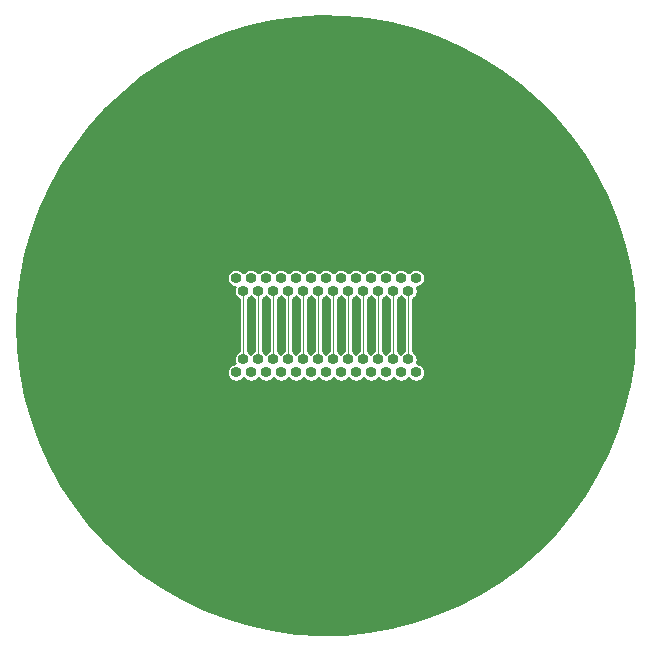
<source format=gbr>
%TF.GenerationSoftware,KiCad,Pcbnew,(5.1.9)-1*%
%TF.CreationDate,2021-07-21T16:10:05-06:00*%
%TF.ProjectId,SingleFeedThru,53696e67-6c65-4466-9565-64546872752e,rev?*%
%TF.SameCoordinates,Original*%
%TF.FileFunction,Copper,L2,Bot*%
%TF.FilePolarity,Positive*%
%FSLAX46Y46*%
G04 Gerber Fmt 4.6, Leading zero omitted, Abs format (unit mm)*
G04 Created by KiCad (PCBNEW (5.1.9)-1) date 2021-07-21 16:10:05*
%MOMM*%
%LPD*%
G01*
G04 APERTURE LIST*
%TA.AperFunction,ComponentPad*%
%ADD10O,0.920000X0.920000*%
%TD*%
%TA.AperFunction,Conductor*%
%ADD11C,0.090000*%
%TD*%
%TA.AperFunction,NonConductor*%
%ADD12C,0.254000*%
%TD*%
%TA.AperFunction,NonConductor*%
%ADD13C,0.100000*%
%TD*%
G04 APERTURE END LIST*
D10*
%TO.P,J1,1*%
%TO.N,Net-(J1-Pad1)*%
X-7620000Y4000000D03*
%TO.P,J1,14*%
%TO.N,Net-(J1-Pad14)*%
X-6985000Y2900000D03*
%TO.P,J1,2*%
%TO.N,Net-(J1-Pad2)*%
X-6350000Y4000000D03*
%TO.P,J1,15*%
%TO.N,Net-(J1-Pad15)*%
X-5715000Y2900000D03*
%TO.P,J1,3*%
%TO.N,Net-(J1-Pad3)*%
X-5080000Y4000000D03*
%TO.P,J1,16*%
%TO.N,Net-(J1-Pad16)*%
X-4445000Y2900000D03*
%TO.P,J1,4*%
%TO.N,Net-(J1-Pad4)*%
X-3810000Y4000000D03*
%TO.P,J1,17*%
%TO.N,Net-(J1-Pad17)*%
X-3175000Y2900000D03*
%TO.P,J1,5*%
%TO.N,Net-(J1-Pad5)*%
X-2540000Y4000000D03*
%TO.P,J1,18*%
%TO.N,Net-(J1-Pad18)*%
X-1905000Y2900000D03*
%TO.P,J1,6*%
%TO.N,Net-(J1-Pad6)*%
X-1270000Y4000000D03*
%TO.P,J1,19*%
%TO.N,Net-(J1-Pad19)*%
X-635000Y2900000D03*
%TO.P,J1,7*%
%TO.N,Net-(J1-Pad7)*%
X0Y4000000D03*
%TO.P,J1,20*%
%TO.N,Net-(J1-Pad20)*%
X635000Y2900000D03*
%TO.P,J1,8*%
%TO.N,Net-(J1-Pad8)*%
X1270000Y4000000D03*
%TO.P,J1,21*%
%TO.N,Net-(J1-Pad21)*%
X1905000Y2900000D03*
%TO.P,J1,9*%
%TO.N,Net-(J1-Pad9)*%
X2540000Y4000000D03*
%TO.P,J1,22*%
%TO.N,Net-(J1-Pad22)*%
X3175000Y2900000D03*
%TO.P,J1,10*%
%TO.N,Net-(J1-Pad10)*%
X3810000Y4000000D03*
%TO.P,J1,23*%
%TO.N,Net-(J1-Pad23)*%
X4445000Y2900000D03*
%TO.P,J1,11*%
%TO.N,Net-(J1-Pad11)*%
X5080000Y4000000D03*
%TO.P,J1,24*%
%TO.N,Net-(J1-Pad24)*%
X5715000Y2900000D03*
%TO.P,J1,12*%
%TO.N,Net-(J1-Pad12)*%
X6350000Y4000000D03*
%TO.P,J1,25*%
%TO.N,Net-(J1-Pad25)*%
X6985000Y2900000D03*
%TO.P,J1,13*%
%TO.N,Net-(J1-Pad13)*%
X7620000Y4000000D03*
%TD*%
%TO.P,J2,13*%
%TO.N,Net-(J1-Pad13)*%
X7620000Y-4000000D03*
%TO.P,J2,25*%
%TO.N,Net-(J1-Pad25)*%
X6985000Y-2900000D03*
%TO.P,J2,12*%
%TO.N,Net-(J1-Pad12)*%
X6350000Y-4000000D03*
%TO.P,J2,24*%
%TO.N,Net-(J1-Pad24)*%
X5715000Y-2900000D03*
%TO.P,J2,11*%
%TO.N,Net-(J1-Pad11)*%
X5080000Y-4000000D03*
%TO.P,J2,23*%
%TO.N,Net-(J1-Pad23)*%
X4445000Y-2900000D03*
%TO.P,J2,10*%
%TO.N,Net-(J1-Pad10)*%
X3810000Y-4000000D03*
%TO.P,J2,22*%
%TO.N,Net-(J1-Pad22)*%
X3175000Y-2900000D03*
%TO.P,J2,9*%
%TO.N,Net-(J1-Pad9)*%
X2540000Y-4000000D03*
%TO.P,J2,21*%
%TO.N,Net-(J1-Pad21)*%
X1905000Y-2900000D03*
%TO.P,J2,8*%
%TO.N,Net-(J1-Pad8)*%
X1270000Y-4000000D03*
%TO.P,J2,20*%
%TO.N,Net-(J1-Pad20)*%
X635000Y-2900000D03*
%TO.P,J2,7*%
%TO.N,Net-(J1-Pad7)*%
X0Y-4000000D03*
%TO.P,J2,19*%
%TO.N,Net-(J1-Pad19)*%
X-635000Y-2900000D03*
%TO.P,J2,6*%
%TO.N,Net-(J1-Pad6)*%
X-1270000Y-4000000D03*
%TO.P,J2,18*%
%TO.N,Net-(J1-Pad18)*%
X-1905000Y-2900000D03*
%TO.P,J2,5*%
%TO.N,Net-(J1-Pad5)*%
X-2540000Y-4000000D03*
%TO.P,J2,17*%
%TO.N,Net-(J1-Pad17)*%
X-3175000Y-2900000D03*
%TO.P,J2,4*%
%TO.N,Net-(J1-Pad4)*%
X-3810000Y-4000000D03*
%TO.P,J2,16*%
%TO.N,Net-(J1-Pad16)*%
X-4445000Y-2900000D03*
%TO.P,J2,3*%
%TO.N,Net-(J1-Pad3)*%
X-5080000Y-4000000D03*
%TO.P,J2,15*%
%TO.N,Net-(J1-Pad15)*%
X-5715000Y-2900000D03*
%TO.P,J2,2*%
%TO.N,Net-(J1-Pad2)*%
X-6350000Y-4000000D03*
%TO.P,J2,14*%
%TO.N,Net-(J1-Pad14)*%
X-6985000Y-2900000D03*
%TO.P,J2,1*%
%TO.N,Net-(J1-Pad1)*%
X-7620000Y-4000000D03*
%TD*%
D11*
%TO.N,Net-(J1-Pad14)*%
X-6985000Y2900000D02*
X-6985000Y-2900000D01*
%TO.N,Net-(J1-Pad15)*%
X-5715000Y2900000D02*
X-5715000Y-2900000D01*
%TO.N,Net-(J1-Pad16)*%
X-4445000Y2900000D02*
X-4445000Y-2900000D01*
%TO.N,Net-(J1-Pad17)*%
X-3175000Y2900000D02*
X-3175000Y-2900000D01*
%TO.N,Net-(J1-Pad18)*%
X-1905000Y2900000D02*
X-1905000Y-2900000D01*
%TO.N,Net-(J1-Pad19)*%
X-635000Y-2900000D02*
X-635000Y2900000D01*
%TO.N,Net-(J1-Pad20)*%
X635000Y2900000D02*
X635000Y-2900000D01*
%TO.N,Net-(J1-Pad21)*%
X1905000Y2900000D02*
X1905000Y-2900000D01*
%TO.N,Net-(J1-Pad22)*%
X3175000Y2900000D02*
X3175000Y-2900000D01*
%TO.N,Net-(J1-Pad23)*%
X4445000Y2900000D02*
X4445000Y-2900000D01*
%TO.N,Net-(J1-Pad24)*%
X5715000Y2900000D02*
X5715000Y-2900000D01*
%TO.N,Net-(J1-Pad25)*%
X6985000Y2900000D02*
X6985000Y-2900000D01*
%TD*%
D12*
X1520371Y26103762D02*
X3538643Y25907449D01*
X5535633Y25555326D01*
X7499331Y25049510D01*
X9417927Y24393043D01*
X11279883Y23589874D01*
X13074000Y22644832D01*
X14789489Y21563602D01*
X16416031Y20352686D01*
X17943846Y19019366D01*
X19363745Y17571662D01*
X20667188Y16018279D01*
X21846335Y14368561D01*
X22894097Y12632428D01*
X23804170Y10820323D01*
X24571083Y8943143D01*
X25190222Y7012177D01*
X25657864Y5039040D01*
X25971197Y3035598D01*
X26128335Y1013898D01*
X26128335Y-1013898D01*
X25971197Y-3035598D01*
X25657864Y-5039040D01*
X25190222Y-7012177D01*
X24571083Y-8943143D01*
X23804170Y-10820323D01*
X22894097Y-12632428D01*
X21846335Y-14368561D01*
X20667188Y-16018279D01*
X19363745Y-17571662D01*
X17943846Y-19019366D01*
X16416031Y-20352686D01*
X14789489Y-21563602D01*
X13074000Y-22644832D01*
X11279883Y-23589874D01*
X9417927Y-24393043D01*
X7499331Y-25049510D01*
X5535633Y-25555326D01*
X3538643Y-25907449D01*
X1520371Y-26103762D01*
X-507045Y-26143083D01*
X-2531411Y-26025178D01*
X-4540553Y-25750753D01*
X-6522387Y-25321461D01*
X-8464995Y-24739882D01*
X-10356694Y-24009515D01*
X-12186106Y-23134751D01*
X-13942230Y-22120853D01*
X-15614503Y-20973917D01*
X-17192869Y-19700842D01*
X-18667835Y-18309283D01*
X-20030530Y-16807610D01*
X-21272760Y-15204855D01*
X-22387052Y-13510655D01*
X-23366706Y-11735201D01*
X-24205830Y-9889170D01*
X-24899378Y-7983664D01*
X-25443177Y-6030144D01*
X-25833959Y-4040357D01*
X-26069371Y-2026272D01*
X-26148000Y0D01*
X-26069371Y2026272D01*
X-25833959Y4040357D01*
X-25826662Y4077513D01*
X-8407000Y4077513D01*
X-8407000Y3922487D01*
X-8376756Y3770441D01*
X-8317430Y3627216D01*
X-8231303Y3498317D01*
X-8121683Y3388697D01*
X-7992784Y3302570D01*
X-7849559Y3243244D01*
X-7706457Y3214779D01*
X-7741756Y3129559D01*
X-7772000Y2977513D01*
X-7772000Y2822487D01*
X-7741756Y2670441D01*
X-7682430Y2527216D01*
X-7596303Y2398317D01*
X-7486683Y2288697D01*
X-7357784Y2202570D01*
X-7357000Y2202245D01*
X-7356999Y-2202245D01*
X-7357784Y-2202570D01*
X-7486683Y-2288697D01*
X-7596303Y-2398317D01*
X-7682430Y-2527216D01*
X-7741756Y-2670441D01*
X-7772000Y-2822487D01*
X-7772000Y-2977513D01*
X-7741756Y-3129559D01*
X-7706457Y-3214779D01*
X-7849559Y-3243244D01*
X-7992784Y-3302570D01*
X-8121683Y-3388697D01*
X-8231303Y-3498317D01*
X-8317430Y-3627216D01*
X-8376756Y-3770441D01*
X-8407000Y-3922487D01*
X-8407000Y-4077513D01*
X-8376756Y-4229559D01*
X-8317430Y-4372784D01*
X-8231303Y-4501683D01*
X-8121683Y-4611303D01*
X-7992784Y-4697430D01*
X-7849559Y-4756756D01*
X-7697513Y-4787000D01*
X-7542487Y-4787000D01*
X-7390441Y-4756756D01*
X-7247216Y-4697430D01*
X-7118317Y-4611303D01*
X-7008697Y-4501683D01*
X-6985000Y-4466218D01*
X-6961303Y-4501683D01*
X-6851683Y-4611303D01*
X-6722784Y-4697430D01*
X-6579559Y-4756756D01*
X-6427513Y-4787000D01*
X-6272487Y-4787000D01*
X-6120441Y-4756756D01*
X-5977216Y-4697430D01*
X-5848317Y-4611303D01*
X-5738697Y-4501683D01*
X-5715000Y-4466218D01*
X-5691303Y-4501683D01*
X-5581683Y-4611303D01*
X-5452784Y-4697430D01*
X-5309559Y-4756756D01*
X-5157513Y-4787000D01*
X-5002487Y-4787000D01*
X-4850441Y-4756756D01*
X-4707216Y-4697430D01*
X-4578317Y-4611303D01*
X-4468697Y-4501683D01*
X-4445000Y-4466218D01*
X-4421303Y-4501683D01*
X-4311683Y-4611303D01*
X-4182784Y-4697430D01*
X-4039559Y-4756756D01*
X-3887513Y-4787000D01*
X-3732487Y-4787000D01*
X-3580441Y-4756756D01*
X-3437216Y-4697430D01*
X-3308317Y-4611303D01*
X-3198697Y-4501683D01*
X-3175000Y-4466218D01*
X-3151303Y-4501683D01*
X-3041683Y-4611303D01*
X-2912784Y-4697430D01*
X-2769559Y-4756756D01*
X-2617513Y-4787000D01*
X-2462487Y-4787000D01*
X-2310441Y-4756756D01*
X-2167216Y-4697430D01*
X-2038317Y-4611303D01*
X-1928697Y-4501683D01*
X-1905000Y-4466218D01*
X-1881303Y-4501683D01*
X-1771683Y-4611303D01*
X-1642784Y-4697430D01*
X-1499559Y-4756756D01*
X-1347513Y-4787000D01*
X-1192487Y-4787000D01*
X-1040441Y-4756756D01*
X-897216Y-4697430D01*
X-768317Y-4611303D01*
X-658697Y-4501683D01*
X-635000Y-4466218D01*
X-611303Y-4501683D01*
X-501683Y-4611303D01*
X-372784Y-4697430D01*
X-229559Y-4756756D01*
X-77513Y-4787000D01*
X77513Y-4787000D01*
X229559Y-4756756D01*
X372784Y-4697430D01*
X501683Y-4611303D01*
X611303Y-4501683D01*
X635000Y-4466218D01*
X658697Y-4501683D01*
X768317Y-4611303D01*
X897216Y-4697430D01*
X1040441Y-4756756D01*
X1192487Y-4787000D01*
X1347513Y-4787000D01*
X1499559Y-4756756D01*
X1642784Y-4697430D01*
X1771683Y-4611303D01*
X1881303Y-4501683D01*
X1905000Y-4466218D01*
X1928697Y-4501683D01*
X2038317Y-4611303D01*
X2167216Y-4697430D01*
X2310441Y-4756756D01*
X2462487Y-4787000D01*
X2617513Y-4787000D01*
X2769559Y-4756756D01*
X2912784Y-4697430D01*
X3041683Y-4611303D01*
X3151303Y-4501683D01*
X3175000Y-4466218D01*
X3198697Y-4501683D01*
X3308317Y-4611303D01*
X3437216Y-4697430D01*
X3580441Y-4756756D01*
X3732487Y-4787000D01*
X3887513Y-4787000D01*
X4039559Y-4756756D01*
X4182784Y-4697430D01*
X4311683Y-4611303D01*
X4421303Y-4501683D01*
X4445000Y-4466218D01*
X4468697Y-4501683D01*
X4578317Y-4611303D01*
X4707216Y-4697430D01*
X4850441Y-4756756D01*
X5002487Y-4787000D01*
X5157513Y-4787000D01*
X5309559Y-4756756D01*
X5452784Y-4697430D01*
X5581683Y-4611303D01*
X5691303Y-4501683D01*
X5715000Y-4466218D01*
X5738697Y-4501683D01*
X5848317Y-4611303D01*
X5977216Y-4697430D01*
X6120441Y-4756756D01*
X6272487Y-4787000D01*
X6427513Y-4787000D01*
X6579559Y-4756756D01*
X6722784Y-4697430D01*
X6851683Y-4611303D01*
X6961303Y-4501683D01*
X6985000Y-4466218D01*
X7008697Y-4501683D01*
X7118317Y-4611303D01*
X7247216Y-4697430D01*
X7390441Y-4756756D01*
X7542487Y-4787000D01*
X7697513Y-4787000D01*
X7849559Y-4756756D01*
X7992784Y-4697430D01*
X8121683Y-4611303D01*
X8231303Y-4501683D01*
X8317430Y-4372784D01*
X8376756Y-4229559D01*
X8407000Y-4077513D01*
X8407000Y-3922487D01*
X8376756Y-3770441D01*
X8317430Y-3627216D01*
X8231303Y-3498317D01*
X8121683Y-3388697D01*
X7992784Y-3302570D01*
X7849559Y-3243244D01*
X7706457Y-3214779D01*
X7741756Y-3129559D01*
X7772000Y-2977513D01*
X7772000Y-2822487D01*
X7741756Y-2670441D01*
X7682430Y-2527216D01*
X7596303Y-2398317D01*
X7486683Y-2288697D01*
X7357784Y-2202570D01*
X7357000Y-2202245D01*
X7357000Y2202245D01*
X7357784Y2202570D01*
X7486683Y2288697D01*
X7596303Y2398317D01*
X7682430Y2527216D01*
X7741756Y2670441D01*
X7772000Y2822487D01*
X7772000Y2977513D01*
X7741756Y3129559D01*
X7706457Y3214779D01*
X7849559Y3243244D01*
X7992784Y3302570D01*
X8121683Y3388697D01*
X8231303Y3498317D01*
X8317430Y3627216D01*
X8376756Y3770441D01*
X8407000Y3922487D01*
X8407000Y4077513D01*
X8376756Y4229559D01*
X8317430Y4372784D01*
X8231303Y4501683D01*
X8121683Y4611303D01*
X7992784Y4697430D01*
X7849559Y4756756D01*
X7697513Y4787000D01*
X7542487Y4787000D01*
X7390441Y4756756D01*
X7247216Y4697430D01*
X7118317Y4611303D01*
X7008697Y4501683D01*
X6985000Y4466218D01*
X6961303Y4501683D01*
X6851683Y4611303D01*
X6722784Y4697430D01*
X6579559Y4756756D01*
X6427513Y4787000D01*
X6272487Y4787000D01*
X6120441Y4756756D01*
X5977216Y4697430D01*
X5848317Y4611303D01*
X5738697Y4501683D01*
X5715000Y4466218D01*
X5691303Y4501683D01*
X5581683Y4611303D01*
X5452784Y4697430D01*
X5309559Y4756756D01*
X5157513Y4787000D01*
X5002487Y4787000D01*
X4850441Y4756756D01*
X4707216Y4697430D01*
X4578317Y4611303D01*
X4468697Y4501683D01*
X4445000Y4466218D01*
X4421303Y4501683D01*
X4311683Y4611303D01*
X4182784Y4697430D01*
X4039559Y4756756D01*
X3887513Y4787000D01*
X3732487Y4787000D01*
X3580441Y4756756D01*
X3437216Y4697430D01*
X3308317Y4611303D01*
X3198697Y4501683D01*
X3175000Y4466218D01*
X3151303Y4501683D01*
X3041683Y4611303D01*
X2912784Y4697430D01*
X2769559Y4756756D01*
X2617513Y4787000D01*
X2462487Y4787000D01*
X2310441Y4756756D01*
X2167216Y4697430D01*
X2038317Y4611303D01*
X1928697Y4501683D01*
X1905000Y4466218D01*
X1881303Y4501683D01*
X1771683Y4611303D01*
X1642784Y4697430D01*
X1499559Y4756756D01*
X1347513Y4787000D01*
X1192487Y4787000D01*
X1040441Y4756756D01*
X897216Y4697430D01*
X768317Y4611303D01*
X658697Y4501683D01*
X635000Y4466218D01*
X611303Y4501683D01*
X501683Y4611303D01*
X372784Y4697430D01*
X229559Y4756756D01*
X77513Y4787000D01*
X-77513Y4787000D01*
X-229559Y4756756D01*
X-372784Y4697430D01*
X-501683Y4611303D01*
X-611303Y4501683D01*
X-635000Y4466218D01*
X-658697Y4501683D01*
X-768317Y4611303D01*
X-897216Y4697430D01*
X-1040441Y4756756D01*
X-1192487Y4787000D01*
X-1347513Y4787000D01*
X-1499559Y4756756D01*
X-1642784Y4697430D01*
X-1771683Y4611303D01*
X-1881303Y4501683D01*
X-1905000Y4466218D01*
X-1928697Y4501683D01*
X-2038317Y4611303D01*
X-2167216Y4697430D01*
X-2310441Y4756756D01*
X-2462487Y4787000D01*
X-2617513Y4787000D01*
X-2769559Y4756756D01*
X-2912784Y4697430D01*
X-3041683Y4611303D01*
X-3151303Y4501683D01*
X-3175000Y4466218D01*
X-3198697Y4501683D01*
X-3308317Y4611303D01*
X-3437216Y4697430D01*
X-3580441Y4756756D01*
X-3732487Y4787000D01*
X-3887513Y4787000D01*
X-4039559Y4756756D01*
X-4182784Y4697430D01*
X-4311683Y4611303D01*
X-4421303Y4501683D01*
X-4445000Y4466218D01*
X-4468697Y4501683D01*
X-4578317Y4611303D01*
X-4707216Y4697430D01*
X-4850441Y4756756D01*
X-5002487Y4787000D01*
X-5157513Y4787000D01*
X-5309559Y4756756D01*
X-5452784Y4697430D01*
X-5581683Y4611303D01*
X-5691303Y4501683D01*
X-5715000Y4466218D01*
X-5738697Y4501683D01*
X-5848317Y4611303D01*
X-5977216Y4697430D01*
X-6120441Y4756756D01*
X-6272487Y4787000D01*
X-6427513Y4787000D01*
X-6579559Y4756756D01*
X-6722784Y4697430D01*
X-6851683Y4611303D01*
X-6961303Y4501683D01*
X-6985000Y4466218D01*
X-7008697Y4501683D01*
X-7118317Y4611303D01*
X-7247216Y4697430D01*
X-7390441Y4756756D01*
X-7542487Y4787000D01*
X-7697513Y4787000D01*
X-7849559Y4756756D01*
X-7992784Y4697430D01*
X-8121683Y4611303D01*
X-8231303Y4501683D01*
X-8317430Y4372784D01*
X-8376756Y4229559D01*
X-8407000Y4077513D01*
X-25826662Y4077513D01*
X-25443177Y6030144D01*
X-24899378Y7983664D01*
X-24205830Y9889170D01*
X-23366706Y11735201D01*
X-22387052Y13510655D01*
X-21272760Y15204855D01*
X-20030530Y16807610D01*
X-18667835Y18309283D01*
X-17192869Y19700842D01*
X-15614503Y20973917D01*
X-13942230Y22120853D01*
X-12186106Y23134751D01*
X-10356694Y24009515D01*
X-8464995Y24739882D01*
X-6522387Y25321461D01*
X-4540553Y25750753D01*
X-2531411Y26025178D01*
X-507045Y26143083D01*
X1520371Y26103762D01*
%TA.AperFunction,NonConductor*%
D13*
G36*
X1520371Y26103762D02*
G01*
X3538643Y25907449D01*
X5535633Y25555326D01*
X7499331Y25049510D01*
X9417927Y24393043D01*
X11279883Y23589874D01*
X13074000Y22644832D01*
X14789489Y21563602D01*
X16416031Y20352686D01*
X17943846Y19019366D01*
X19363745Y17571662D01*
X20667188Y16018279D01*
X21846335Y14368561D01*
X22894097Y12632428D01*
X23804170Y10820323D01*
X24571083Y8943143D01*
X25190222Y7012177D01*
X25657864Y5039040D01*
X25971197Y3035598D01*
X26128335Y1013898D01*
X26128335Y-1013898D01*
X25971197Y-3035598D01*
X25657864Y-5039040D01*
X25190222Y-7012177D01*
X24571083Y-8943143D01*
X23804170Y-10820323D01*
X22894097Y-12632428D01*
X21846335Y-14368561D01*
X20667188Y-16018279D01*
X19363745Y-17571662D01*
X17943846Y-19019366D01*
X16416031Y-20352686D01*
X14789489Y-21563602D01*
X13074000Y-22644832D01*
X11279883Y-23589874D01*
X9417927Y-24393043D01*
X7499331Y-25049510D01*
X5535633Y-25555326D01*
X3538643Y-25907449D01*
X1520371Y-26103762D01*
X-507045Y-26143083D01*
X-2531411Y-26025178D01*
X-4540553Y-25750753D01*
X-6522387Y-25321461D01*
X-8464995Y-24739882D01*
X-10356694Y-24009515D01*
X-12186106Y-23134751D01*
X-13942230Y-22120853D01*
X-15614503Y-20973917D01*
X-17192869Y-19700842D01*
X-18667835Y-18309283D01*
X-20030530Y-16807610D01*
X-21272760Y-15204855D01*
X-22387052Y-13510655D01*
X-23366706Y-11735201D01*
X-24205830Y-9889170D01*
X-24899378Y-7983664D01*
X-25443177Y-6030144D01*
X-25833959Y-4040357D01*
X-26069371Y-2026272D01*
X-26148000Y0D01*
X-26069371Y2026272D01*
X-25833959Y4040357D01*
X-25826662Y4077513D01*
X-8407000Y4077513D01*
X-8407000Y3922487D01*
X-8376756Y3770441D01*
X-8317430Y3627216D01*
X-8231303Y3498317D01*
X-8121683Y3388697D01*
X-7992784Y3302570D01*
X-7849559Y3243244D01*
X-7706457Y3214779D01*
X-7741756Y3129559D01*
X-7772000Y2977513D01*
X-7772000Y2822487D01*
X-7741756Y2670441D01*
X-7682430Y2527216D01*
X-7596303Y2398317D01*
X-7486683Y2288697D01*
X-7357784Y2202570D01*
X-7357000Y2202245D01*
X-7356999Y-2202245D01*
X-7357784Y-2202570D01*
X-7486683Y-2288697D01*
X-7596303Y-2398317D01*
X-7682430Y-2527216D01*
X-7741756Y-2670441D01*
X-7772000Y-2822487D01*
X-7772000Y-2977513D01*
X-7741756Y-3129559D01*
X-7706457Y-3214779D01*
X-7849559Y-3243244D01*
X-7992784Y-3302570D01*
X-8121683Y-3388697D01*
X-8231303Y-3498317D01*
X-8317430Y-3627216D01*
X-8376756Y-3770441D01*
X-8407000Y-3922487D01*
X-8407000Y-4077513D01*
X-8376756Y-4229559D01*
X-8317430Y-4372784D01*
X-8231303Y-4501683D01*
X-8121683Y-4611303D01*
X-7992784Y-4697430D01*
X-7849559Y-4756756D01*
X-7697513Y-4787000D01*
X-7542487Y-4787000D01*
X-7390441Y-4756756D01*
X-7247216Y-4697430D01*
X-7118317Y-4611303D01*
X-7008697Y-4501683D01*
X-6985000Y-4466218D01*
X-6961303Y-4501683D01*
X-6851683Y-4611303D01*
X-6722784Y-4697430D01*
X-6579559Y-4756756D01*
X-6427513Y-4787000D01*
X-6272487Y-4787000D01*
X-6120441Y-4756756D01*
X-5977216Y-4697430D01*
X-5848317Y-4611303D01*
X-5738697Y-4501683D01*
X-5715000Y-4466218D01*
X-5691303Y-4501683D01*
X-5581683Y-4611303D01*
X-5452784Y-4697430D01*
X-5309559Y-4756756D01*
X-5157513Y-4787000D01*
X-5002487Y-4787000D01*
X-4850441Y-4756756D01*
X-4707216Y-4697430D01*
X-4578317Y-4611303D01*
X-4468697Y-4501683D01*
X-4445000Y-4466218D01*
X-4421303Y-4501683D01*
X-4311683Y-4611303D01*
X-4182784Y-4697430D01*
X-4039559Y-4756756D01*
X-3887513Y-4787000D01*
X-3732487Y-4787000D01*
X-3580441Y-4756756D01*
X-3437216Y-4697430D01*
X-3308317Y-4611303D01*
X-3198697Y-4501683D01*
X-3175000Y-4466218D01*
X-3151303Y-4501683D01*
X-3041683Y-4611303D01*
X-2912784Y-4697430D01*
X-2769559Y-4756756D01*
X-2617513Y-4787000D01*
X-2462487Y-4787000D01*
X-2310441Y-4756756D01*
X-2167216Y-4697430D01*
X-2038317Y-4611303D01*
X-1928697Y-4501683D01*
X-1905000Y-4466218D01*
X-1881303Y-4501683D01*
X-1771683Y-4611303D01*
X-1642784Y-4697430D01*
X-1499559Y-4756756D01*
X-1347513Y-4787000D01*
X-1192487Y-4787000D01*
X-1040441Y-4756756D01*
X-897216Y-4697430D01*
X-768317Y-4611303D01*
X-658697Y-4501683D01*
X-635000Y-4466218D01*
X-611303Y-4501683D01*
X-501683Y-4611303D01*
X-372784Y-4697430D01*
X-229559Y-4756756D01*
X-77513Y-4787000D01*
X77513Y-4787000D01*
X229559Y-4756756D01*
X372784Y-4697430D01*
X501683Y-4611303D01*
X611303Y-4501683D01*
X635000Y-4466218D01*
X658697Y-4501683D01*
X768317Y-4611303D01*
X897216Y-4697430D01*
X1040441Y-4756756D01*
X1192487Y-4787000D01*
X1347513Y-4787000D01*
X1499559Y-4756756D01*
X1642784Y-4697430D01*
X1771683Y-4611303D01*
X1881303Y-4501683D01*
X1905000Y-4466218D01*
X1928697Y-4501683D01*
X2038317Y-4611303D01*
X2167216Y-4697430D01*
X2310441Y-4756756D01*
X2462487Y-4787000D01*
X2617513Y-4787000D01*
X2769559Y-4756756D01*
X2912784Y-4697430D01*
X3041683Y-4611303D01*
X3151303Y-4501683D01*
X3175000Y-4466218D01*
X3198697Y-4501683D01*
X3308317Y-4611303D01*
X3437216Y-4697430D01*
X3580441Y-4756756D01*
X3732487Y-4787000D01*
X3887513Y-4787000D01*
X4039559Y-4756756D01*
X4182784Y-4697430D01*
X4311683Y-4611303D01*
X4421303Y-4501683D01*
X4445000Y-4466218D01*
X4468697Y-4501683D01*
X4578317Y-4611303D01*
X4707216Y-4697430D01*
X4850441Y-4756756D01*
X5002487Y-4787000D01*
X5157513Y-4787000D01*
X5309559Y-4756756D01*
X5452784Y-4697430D01*
X5581683Y-4611303D01*
X5691303Y-4501683D01*
X5715000Y-4466218D01*
X5738697Y-4501683D01*
X5848317Y-4611303D01*
X5977216Y-4697430D01*
X6120441Y-4756756D01*
X6272487Y-4787000D01*
X6427513Y-4787000D01*
X6579559Y-4756756D01*
X6722784Y-4697430D01*
X6851683Y-4611303D01*
X6961303Y-4501683D01*
X6985000Y-4466218D01*
X7008697Y-4501683D01*
X7118317Y-4611303D01*
X7247216Y-4697430D01*
X7390441Y-4756756D01*
X7542487Y-4787000D01*
X7697513Y-4787000D01*
X7849559Y-4756756D01*
X7992784Y-4697430D01*
X8121683Y-4611303D01*
X8231303Y-4501683D01*
X8317430Y-4372784D01*
X8376756Y-4229559D01*
X8407000Y-4077513D01*
X8407000Y-3922487D01*
X8376756Y-3770441D01*
X8317430Y-3627216D01*
X8231303Y-3498317D01*
X8121683Y-3388697D01*
X7992784Y-3302570D01*
X7849559Y-3243244D01*
X7706457Y-3214779D01*
X7741756Y-3129559D01*
X7772000Y-2977513D01*
X7772000Y-2822487D01*
X7741756Y-2670441D01*
X7682430Y-2527216D01*
X7596303Y-2398317D01*
X7486683Y-2288697D01*
X7357784Y-2202570D01*
X7357000Y-2202245D01*
X7357000Y2202245D01*
X7357784Y2202570D01*
X7486683Y2288697D01*
X7596303Y2398317D01*
X7682430Y2527216D01*
X7741756Y2670441D01*
X7772000Y2822487D01*
X7772000Y2977513D01*
X7741756Y3129559D01*
X7706457Y3214779D01*
X7849559Y3243244D01*
X7992784Y3302570D01*
X8121683Y3388697D01*
X8231303Y3498317D01*
X8317430Y3627216D01*
X8376756Y3770441D01*
X8407000Y3922487D01*
X8407000Y4077513D01*
X8376756Y4229559D01*
X8317430Y4372784D01*
X8231303Y4501683D01*
X8121683Y4611303D01*
X7992784Y4697430D01*
X7849559Y4756756D01*
X7697513Y4787000D01*
X7542487Y4787000D01*
X7390441Y4756756D01*
X7247216Y4697430D01*
X7118317Y4611303D01*
X7008697Y4501683D01*
X6985000Y4466218D01*
X6961303Y4501683D01*
X6851683Y4611303D01*
X6722784Y4697430D01*
X6579559Y4756756D01*
X6427513Y4787000D01*
X6272487Y4787000D01*
X6120441Y4756756D01*
X5977216Y4697430D01*
X5848317Y4611303D01*
X5738697Y4501683D01*
X5715000Y4466218D01*
X5691303Y4501683D01*
X5581683Y4611303D01*
X5452784Y4697430D01*
X5309559Y4756756D01*
X5157513Y4787000D01*
X5002487Y4787000D01*
X4850441Y4756756D01*
X4707216Y4697430D01*
X4578317Y4611303D01*
X4468697Y4501683D01*
X4445000Y4466218D01*
X4421303Y4501683D01*
X4311683Y4611303D01*
X4182784Y4697430D01*
X4039559Y4756756D01*
X3887513Y4787000D01*
X3732487Y4787000D01*
X3580441Y4756756D01*
X3437216Y4697430D01*
X3308317Y4611303D01*
X3198697Y4501683D01*
X3175000Y4466218D01*
X3151303Y4501683D01*
X3041683Y4611303D01*
X2912784Y4697430D01*
X2769559Y4756756D01*
X2617513Y4787000D01*
X2462487Y4787000D01*
X2310441Y4756756D01*
X2167216Y4697430D01*
X2038317Y4611303D01*
X1928697Y4501683D01*
X1905000Y4466218D01*
X1881303Y4501683D01*
X1771683Y4611303D01*
X1642784Y4697430D01*
X1499559Y4756756D01*
X1347513Y4787000D01*
X1192487Y4787000D01*
X1040441Y4756756D01*
X897216Y4697430D01*
X768317Y4611303D01*
X658697Y4501683D01*
X635000Y4466218D01*
X611303Y4501683D01*
X501683Y4611303D01*
X372784Y4697430D01*
X229559Y4756756D01*
X77513Y4787000D01*
X-77513Y4787000D01*
X-229559Y4756756D01*
X-372784Y4697430D01*
X-501683Y4611303D01*
X-611303Y4501683D01*
X-635000Y4466218D01*
X-658697Y4501683D01*
X-768317Y4611303D01*
X-897216Y4697430D01*
X-1040441Y4756756D01*
X-1192487Y4787000D01*
X-1347513Y4787000D01*
X-1499559Y4756756D01*
X-1642784Y4697430D01*
X-1771683Y4611303D01*
X-1881303Y4501683D01*
X-1905000Y4466218D01*
X-1928697Y4501683D01*
X-2038317Y4611303D01*
X-2167216Y4697430D01*
X-2310441Y4756756D01*
X-2462487Y4787000D01*
X-2617513Y4787000D01*
X-2769559Y4756756D01*
X-2912784Y4697430D01*
X-3041683Y4611303D01*
X-3151303Y4501683D01*
X-3175000Y4466218D01*
X-3198697Y4501683D01*
X-3308317Y4611303D01*
X-3437216Y4697430D01*
X-3580441Y4756756D01*
X-3732487Y4787000D01*
X-3887513Y4787000D01*
X-4039559Y4756756D01*
X-4182784Y4697430D01*
X-4311683Y4611303D01*
X-4421303Y4501683D01*
X-4445000Y4466218D01*
X-4468697Y4501683D01*
X-4578317Y4611303D01*
X-4707216Y4697430D01*
X-4850441Y4756756D01*
X-5002487Y4787000D01*
X-5157513Y4787000D01*
X-5309559Y4756756D01*
X-5452784Y4697430D01*
X-5581683Y4611303D01*
X-5691303Y4501683D01*
X-5715000Y4466218D01*
X-5738697Y4501683D01*
X-5848317Y4611303D01*
X-5977216Y4697430D01*
X-6120441Y4756756D01*
X-6272487Y4787000D01*
X-6427513Y4787000D01*
X-6579559Y4756756D01*
X-6722784Y4697430D01*
X-6851683Y4611303D01*
X-6961303Y4501683D01*
X-6985000Y4466218D01*
X-7008697Y4501683D01*
X-7118317Y4611303D01*
X-7247216Y4697430D01*
X-7390441Y4756756D01*
X-7542487Y4787000D01*
X-7697513Y4787000D01*
X-7849559Y4756756D01*
X-7992784Y4697430D01*
X-8121683Y4611303D01*
X-8231303Y4501683D01*
X-8317430Y4372784D01*
X-8376756Y4229559D01*
X-8407000Y4077513D01*
X-25826662Y4077513D01*
X-25443177Y6030144D01*
X-24899378Y7983664D01*
X-24205830Y9889170D01*
X-23366706Y11735201D01*
X-22387052Y13510655D01*
X-21272760Y15204855D01*
X-20030530Y16807610D01*
X-18667835Y18309283D01*
X-17192869Y19700842D01*
X-15614503Y20973917D01*
X-13942230Y22120853D01*
X-12186106Y23134751D01*
X-10356694Y24009515D01*
X-8464995Y24739882D01*
X-6522387Y25321461D01*
X-4540553Y25750753D01*
X-2531411Y26025178D01*
X-507045Y26143083D01*
X1520371Y26103762D01*
G37*
%TD.AperFunction*%
D12*
X6373697Y2398317D02*
X6483317Y2288697D01*
X6612216Y2202570D01*
X6613000Y2202245D01*
X6613001Y-2202245D01*
X6612216Y-2202570D01*
X6483317Y-2288697D01*
X6373697Y-2398317D01*
X6350000Y-2433782D01*
X6326303Y-2398317D01*
X6216683Y-2288697D01*
X6087784Y-2202570D01*
X6087000Y-2202245D01*
X6087000Y2202245D01*
X6087784Y2202570D01*
X6216683Y2288697D01*
X6326303Y2398317D01*
X6350000Y2433782D01*
X6373697Y2398317D01*
%TA.AperFunction,NonConductor*%
D13*
G36*
X6373697Y2398317D02*
G01*
X6483317Y2288697D01*
X6612216Y2202570D01*
X6613000Y2202245D01*
X6613001Y-2202245D01*
X6612216Y-2202570D01*
X6483317Y-2288697D01*
X6373697Y-2398317D01*
X6350000Y-2433782D01*
X6326303Y-2398317D01*
X6216683Y-2288697D01*
X6087784Y-2202570D01*
X6087000Y-2202245D01*
X6087000Y2202245D01*
X6087784Y2202570D01*
X6216683Y2288697D01*
X6326303Y2398317D01*
X6350000Y2433782D01*
X6373697Y2398317D01*
G37*
%TD.AperFunction*%
D12*
X5103697Y2398317D02*
X5213317Y2288697D01*
X5342216Y2202570D01*
X5343000Y2202245D01*
X5343001Y-2202245D01*
X5342216Y-2202570D01*
X5213317Y-2288697D01*
X5103697Y-2398317D01*
X5080000Y-2433782D01*
X5056303Y-2398317D01*
X4946683Y-2288697D01*
X4817784Y-2202570D01*
X4817000Y-2202245D01*
X4817000Y2202245D01*
X4817784Y2202570D01*
X4946683Y2288697D01*
X5056303Y2398317D01*
X5080000Y2433782D01*
X5103697Y2398317D01*
%TA.AperFunction,NonConductor*%
D13*
G36*
X5103697Y2398317D02*
G01*
X5213317Y2288697D01*
X5342216Y2202570D01*
X5343000Y2202245D01*
X5343001Y-2202245D01*
X5342216Y-2202570D01*
X5213317Y-2288697D01*
X5103697Y-2398317D01*
X5080000Y-2433782D01*
X5056303Y-2398317D01*
X4946683Y-2288697D01*
X4817784Y-2202570D01*
X4817000Y-2202245D01*
X4817000Y2202245D01*
X4817784Y2202570D01*
X4946683Y2288697D01*
X5056303Y2398317D01*
X5080000Y2433782D01*
X5103697Y2398317D01*
G37*
%TD.AperFunction*%
D12*
X3833697Y2398317D02*
X3943317Y2288697D01*
X4072216Y2202570D01*
X4073000Y2202245D01*
X4073001Y-2202245D01*
X4072216Y-2202570D01*
X3943317Y-2288697D01*
X3833697Y-2398317D01*
X3810000Y-2433782D01*
X3786303Y-2398317D01*
X3676683Y-2288697D01*
X3547784Y-2202570D01*
X3547000Y-2202245D01*
X3547000Y2202245D01*
X3547784Y2202570D01*
X3676683Y2288697D01*
X3786303Y2398317D01*
X3810000Y2433782D01*
X3833697Y2398317D01*
%TA.AperFunction,NonConductor*%
D13*
G36*
X3833697Y2398317D02*
G01*
X3943317Y2288697D01*
X4072216Y2202570D01*
X4073000Y2202245D01*
X4073001Y-2202245D01*
X4072216Y-2202570D01*
X3943317Y-2288697D01*
X3833697Y-2398317D01*
X3810000Y-2433782D01*
X3786303Y-2398317D01*
X3676683Y-2288697D01*
X3547784Y-2202570D01*
X3547000Y-2202245D01*
X3547000Y2202245D01*
X3547784Y2202570D01*
X3676683Y2288697D01*
X3786303Y2398317D01*
X3810000Y2433782D01*
X3833697Y2398317D01*
G37*
%TD.AperFunction*%
D12*
X2563697Y2398317D02*
X2673317Y2288697D01*
X2802216Y2202570D01*
X2803000Y2202245D01*
X2803001Y-2202245D01*
X2802216Y-2202570D01*
X2673317Y-2288697D01*
X2563697Y-2398317D01*
X2540000Y-2433782D01*
X2516303Y-2398317D01*
X2406683Y-2288697D01*
X2277784Y-2202570D01*
X2277000Y-2202245D01*
X2277000Y2202245D01*
X2277784Y2202570D01*
X2406683Y2288697D01*
X2516303Y2398317D01*
X2540000Y2433782D01*
X2563697Y2398317D01*
%TA.AperFunction,NonConductor*%
D13*
G36*
X2563697Y2398317D02*
G01*
X2673317Y2288697D01*
X2802216Y2202570D01*
X2803000Y2202245D01*
X2803001Y-2202245D01*
X2802216Y-2202570D01*
X2673317Y-2288697D01*
X2563697Y-2398317D01*
X2540000Y-2433782D01*
X2516303Y-2398317D01*
X2406683Y-2288697D01*
X2277784Y-2202570D01*
X2277000Y-2202245D01*
X2277000Y2202245D01*
X2277784Y2202570D01*
X2406683Y2288697D01*
X2516303Y2398317D01*
X2540000Y2433782D01*
X2563697Y2398317D01*
G37*
%TD.AperFunction*%
D12*
X1293697Y2398317D02*
X1403317Y2288697D01*
X1532216Y2202570D01*
X1533000Y2202245D01*
X1533001Y-2202245D01*
X1532216Y-2202570D01*
X1403317Y-2288697D01*
X1293697Y-2398317D01*
X1270000Y-2433782D01*
X1246303Y-2398317D01*
X1136683Y-2288697D01*
X1007784Y-2202570D01*
X1007000Y-2202245D01*
X1007000Y2202245D01*
X1007784Y2202570D01*
X1136683Y2288697D01*
X1246303Y2398317D01*
X1270000Y2433782D01*
X1293697Y2398317D01*
%TA.AperFunction,NonConductor*%
D13*
G36*
X1293697Y2398317D02*
G01*
X1403317Y2288697D01*
X1532216Y2202570D01*
X1533000Y2202245D01*
X1533001Y-2202245D01*
X1532216Y-2202570D01*
X1403317Y-2288697D01*
X1293697Y-2398317D01*
X1270000Y-2433782D01*
X1246303Y-2398317D01*
X1136683Y-2288697D01*
X1007784Y-2202570D01*
X1007000Y-2202245D01*
X1007000Y2202245D01*
X1007784Y2202570D01*
X1136683Y2288697D01*
X1246303Y2398317D01*
X1270000Y2433782D01*
X1293697Y2398317D01*
G37*
%TD.AperFunction*%
D12*
X23697Y2398317D02*
X133317Y2288697D01*
X262216Y2202570D01*
X263000Y2202245D01*
X263001Y-2202245D01*
X262216Y-2202570D01*
X133317Y-2288697D01*
X23697Y-2398317D01*
X0Y-2433782D01*
X-23697Y-2398317D01*
X-133317Y-2288697D01*
X-262216Y-2202570D01*
X-263000Y-2202245D01*
X-263000Y2202245D01*
X-262216Y2202570D01*
X-133317Y2288697D01*
X-23697Y2398317D01*
X0Y2433782D01*
X23697Y2398317D01*
%TA.AperFunction,NonConductor*%
D13*
G36*
X23697Y2398317D02*
G01*
X133317Y2288697D01*
X262216Y2202570D01*
X263000Y2202245D01*
X263001Y-2202245D01*
X262216Y-2202570D01*
X133317Y-2288697D01*
X23697Y-2398317D01*
X0Y-2433782D01*
X-23697Y-2398317D01*
X-133317Y-2288697D01*
X-262216Y-2202570D01*
X-263000Y-2202245D01*
X-263000Y2202245D01*
X-262216Y2202570D01*
X-133317Y2288697D01*
X-23697Y2398317D01*
X0Y2433782D01*
X23697Y2398317D01*
G37*
%TD.AperFunction*%
D12*
X-1246303Y2398317D02*
X-1136683Y2288697D01*
X-1007784Y2202570D01*
X-1006999Y2202245D01*
X-1007000Y-2202245D01*
X-1007784Y-2202570D01*
X-1136683Y-2288697D01*
X-1246303Y-2398317D01*
X-1270000Y-2433782D01*
X-1293697Y-2398317D01*
X-1403317Y-2288697D01*
X-1532216Y-2202570D01*
X-1533000Y-2202245D01*
X-1533000Y2202245D01*
X-1532216Y2202570D01*
X-1403317Y2288697D01*
X-1293697Y2398317D01*
X-1270000Y2433782D01*
X-1246303Y2398317D01*
%TA.AperFunction,NonConductor*%
D13*
G36*
X-1246303Y2398317D02*
G01*
X-1136683Y2288697D01*
X-1007784Y2202570D01*
X-1006999Y2202245D01*
X-1007000Y-2202245D01*
X-1007784Y-2202570D01*
X-1136683Y-2288697D01*
X-1246303Y-2398317D01*
X-1270000Y-2433782D01*
X-1293697Y-2398317D01*
X-1403317Y-2288697D01*
X-1532216Y-2202570D01*
X-1533000Y-2202245D01*
X-1533000Y2202245D01*
X-1532216Y2202570D01*
X-1403317Y2288697D01*
X-1293697Y2398317D01*
X-1270000Y2433782D01*
X-1246303Y2398317D01*
G37*
%TD.AperFunction*%
D12*
X-2516303Y2398317D02*
X-2406683Y2288697D01*
X-2277784Y2202570D01*
X-2277000Y2202245D01*
X-2276999Y-2202245D01*
X-2277784Y-2202570D01*
X-2406683Y-2288697D01*
X-2516303Y-2398317D01*
X-2540000Y-2433782D01*
X-2563697Y-2398317D01*
X-2673317Y-2288697D01*
X-2802216Y-2202570D01*
X-2803000Y-2202245D01*
X-2803000Y2202245D01*
X-2802216Y2202570D01*
X-2673317Y2288697D01*
X-2563697Y2398317D01*
X-2540000Y2433782D01*
X-2516303Y2398317D01*
%TA.AperFunction,NonConductor*%
D13*
G36*
X-2516303Y2398317D02*
G01*
X-2406683Y2288697D01*
X-2277784Y2202570D01*
X-2277000Y2202245D01*
X-2276999Y-2202245D01*
X-2277784Y-2202570D01*
X-2406683Y-2288697D01*
X-2516303Y-2398317D01*
X-2540000Y-2433782D01*
X-2563697Y-2398317D01*
X-2673317Y-2288697D01*
X-2802216Y-2202570D01*
X-2803000Y-2202245D01*
X-2803000Y2202245D01*
X-2802216Y2202570D01*
X-2673317Y2288697D01*
X-2563697Y2398317D01*
X-2540000Y2433782D01*
X-2516303Y2398317D01*
G37*
%TD.AperFunction*%
D12*
X-3786303Y2398317D02*
X-3676683Y2288697D01*
X-3547784Y2202570D01*
X-3547000Y2202245D01*
X-3546999Y-2202245D01*
X-3547784Y-2202570D01*
X-3676683Y-2288697D01*
X-3786303Y-2398317D01*
X-3810000Y-2433782D01*
X-3833697Y-2398317D01*
X-3943317Y-2288697D01*
X-4072216Y-2202570D01*
X-4073000Y-2202245D01*
X-4073000Y2202245D01*
X-4072216Y2202570D01*
X-3943317Y2288697D01*
X-3833697Y2398317D01*
X-3810000Y2433782D01*
X-3786303Y2398317D01*
%TA.AperFunction,NonConductor*%
D13*
G36*
X-3786303Y2398317D02*
G01*
X-3676683Y2288697D01*
X-3547784Y2202570D01*
X-3547000Y2202245D01*
X-3546999Y-2202245D01*
X-3547784Y-2202570D01*
X-3676683Y-2288697D01*
X-3786303Y-2398317D01*
X-3810000Y-2433782D01*
X-3833697Y-2398317D01*
X-3943317Y-2288697D01*
X-4072216Y-2202570D01*
X-4073000Y-2202245D01*
X-4073000Y2202245D01*
X-4072216Y2202570D01*
X-3943317Y2288697D01*
X-3833697Y2398317D01*
X-3810000Y2433782D01*
X-3786303Y2398317D01*
G37*
%TD.AperFunction*%
D12*
X-5056303Y2398317D02*
X-4946683Y2288697D01*
X-4817784Y2202570D01*
X-4817000Y2202245D01*
X-4816999Y-2202245D01*
X-4817784Y-2202570D01*
X-4946683Y-2288697D01*
X-5056303Y-2398317D01*
X-5080000Y-2433782D01*
X-5103697Y-2398317D01*
X-5213317Y-2288697D01*
X-5342216Y-2202570D01*
X-5343000Y-2202245D01*
X-5343000Y2202245D01*
X-5342216Y2202570D01*
X-5213317Y2288697D01*
X-5103697Y2398317D01*
X-5080000Y2433782D01*
X-5056303Y2398317D01*
%TA.AperFunction,NonConductor*%
D13*
G36*
X-5056303Y2398317D02*
G01*
X-4946683Y2288697D01*
X-4817784Y2202570D01*
X-4817000Y2202245D01*
X-4816999Y-2202245D01*
X-4817784Y-2202570D01*
X-4946683Y-2288697D01*
X-5056303Y-2398317D01*
X-5080000Y-2433782D01*
X-5103697Y-2398317D01*
X-5213317Y-2288697D01*
X-5342216Y-2202570D01*
X-5343000Y-2202245D01*
X-5343000Y2202245D01*
X-5342216Y2202570D01*
X-5213317Y2288697D01*
X-5103697Y2398317D01*
X-5080000Y2433782D01*
X-5056303Y2398317D01*
G37*
%TD.AperFunction*%
D12*
X-6326303Y2398317D02*
X-6216683Y2288697D01*
X-6087784Y2202570D01*
X-6087000Y2202245D01*
X-6086999Y-2202245D01*
X-6087784Y-2202570D01*
X-6216683Y-2288697D01*
X-6326303Y-2398317D01*
X-6350000Y-2433782D01*
X-6373697Y-2398317D01*
X-6483317Y-2288697D01*
X-6612216Y-2202570D01*
X-6613000Y-2202245D01*
X-6613000Y2202245D01*
X-6612216Y2202570D01*
X-6483317Y2288697D01*
X-6373697Y2398317D01*
X-6350000Y2433782D01*
X-6326303Y2398317D01*
%TA.AperFunction,NonConductor*%
D13*
G36*
X-6326303Y2398317D02*
G01*
X-6216683Y2288697D01*
X-6087784Y2202570D01*
X-6087000Y2202245D01*
X-6086999Y-2202245D01*
X-6087784Y-2202570D01*
X-6216683Y-2288697D01*
X-6326303Y-2398317D01*
X-6350000Y-2433782D01*
X-6373697Y-2398317D01*
X-6483317Y-2288697D01*
X-6612216Y-2202570D01*
X-6613000Y-2202245D01*
X-6613000Y2202245D01*
X-6612216Y2202570D01*
X-6483317Y2288697D01*
X-6373697Y2398317D01*
X-6350000Y2433782D01*
X-6326303Y2398317D01*
G37*
%TD.AperFunction*%
M02*

</source>
